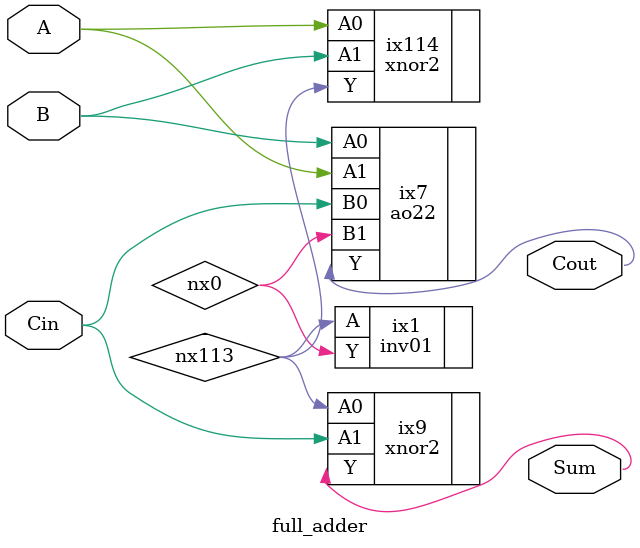
<source format=v>


module full_adder ( A, B, Cin, Sum, Cout ) ;

    input A ;
    input B ;
    input Cin ;
    output Sum ;
    output Cout ;

    wire nx0, nx113;



    ao22 ix7 (.Y (Cout), .A0 (B), .A1 (A), .B0 (Cin), .B1 (nx0)) ;
    xnor2 ix9 (.Y (Sum), .A0 (nx113), .A1 (Cin)) ;
    xnor2 ix114 (.Y (nx113), .A0 (A), .A1 (B)) ;
    inv01 ix1 (.Y (nx0), .A (nx113)) ;
endmodule


</source>
